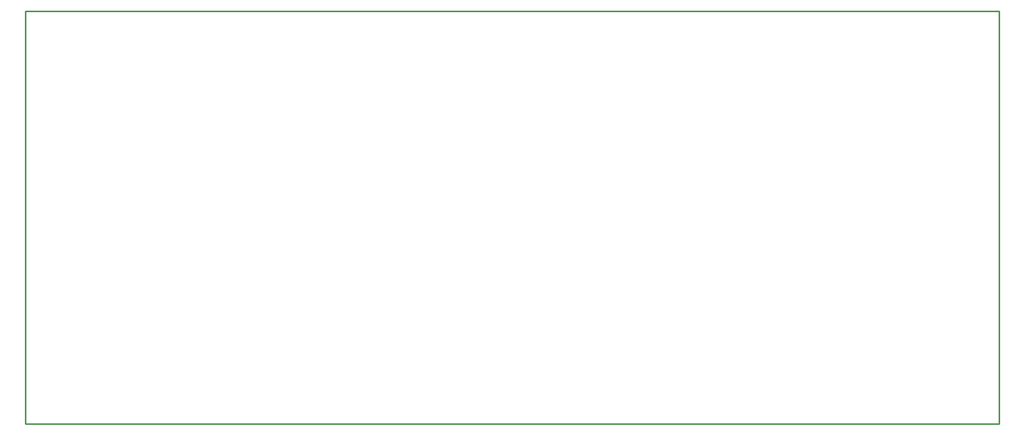
<source format=gko>
G04*
G04 #@! TF.GenerationSoftware,Altium Limited,Altium Designer,21.9.2 (33)*
G04*
G04 Layer_Color=16711935*
%FSTAX24Y24*%
%MOIN*%
G70*
G04*
G04 #@! TF.SameCoordinates,7D792EBD-1CCB-4A66-8B02-D1F74A79ED49*
G04*
G04*
G04 #@! TF.FilePolarity,Positive*
G04*
G01*
G75*
%ADD11C,0.0100*%
D11*
X0707Y03585D02*
X0707Y01035D01*
X0068Y03585D02*
X0707D01*
X0707Y0087D02*
Y01035D01*
X0068Y0087D02*
X0707D01*
X0068D02*
Y03585D01*
M02*

</source>
